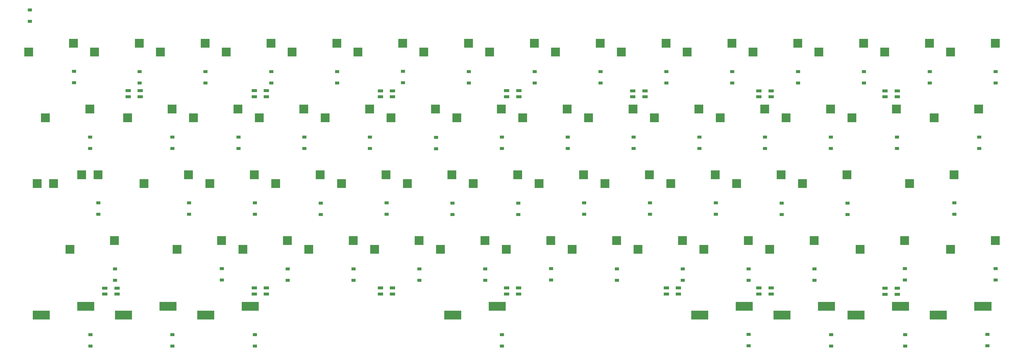
<source format=gbr>
%TF.GenerationSoftware,KiCad,Pcbnew,(5.1.6)-1*%
%TF.CreationDate,2020-08-22T10:41:02+07:00*%
%TF.ProjectId,Pill60,50696c6c-3630-42e6-9b69-6361645f7063,rev?*%
%TF.SameCoordinates,Original*%
%TF.FileFunction,Paste,Bot*%
%TF.FilePolarity,Positive*%
%FSLAX46Y46*%
G04 Gerber Fmt 4.6, Leading zero omitted, Abs format (unit mm)*
G04 Created by KiCad (PCBNEW (5.1.6)-1) date 2020-08-22 10:41:02*
%MOMM*%
%LPD*%
G01*
G04 APERTURE LIST*
%ADD10R,1.600000X0.850000*%
%ADD11R,1.200000X0.900000*%
%ADD12R,2.550000X2.500000*%
G04 APERTURE END LIST*
D10*
%TO.C,L7*%
X85090000Y-161050000D03*
X85090000Y-162800000D03*
X81590000Y-161050000D03*
X81590000Y-162800000D03*
%TD*%
%TO.C,L6*%
X88330000Y-105640000D03*
X88330000Y-103890000D03*
X91830000Y-105640000D03*
X91830000Y-103890000D03*
%TD*%
%TO.C,L5*%
X124830000Y-105640000D03*
X124830000Y-103890000D03*
X128330000Y-105640000D03*
X128330000Y-103890000D03*
%TD*%
%TO.C,L4*%
X161320000Y-105650000D03*
X161320000Y-103900000D03*
X164820000Y-105650000D03*
X164820000Y-103900000D03*
%TD*%
%TO.C,L3*%
X197840000Y-105640000D03*
X197840000Y-103890000D03*
X201340000Y-105640000D03*
X201340000Y-103890000D03*
%TD*%
%TO.C,L2*%
X234330000Y-105650000D03*
X234330000Y-103900000D03*
X237830000Y-105650000D03*
X237830000Y-103900000D03*
%TD*%
%TO.C,L1*%
X270830000Y-105650000D03*
X270830000Y-103900000D03*
X274330000Y-105650000D03*
X274330000Y-103900000D03*
%TD*%
%TO.C,L0*%
X307320000Y-105650000D03*
X307320000Y-103900000D03*
X310820000Y-105650000D03*
X310820000Y-103900000D03*
%TD*%
%TO.C,L13*%
X310830000Y-161070000D03*
X310830000Y-162820000D03*
X307330000Y-161070000D03*
X307330000Y-162820000D03*
%TD*%
%TO.C,L12*%
X274330000Y-161040000D03*
X274330000Y-162790000D03*
X270830000Y-161040000D03*
X270830000Y-162790000D03*
%TD*%
%TO.C,L11*%
X247510000Y-161040000D03*
X247510000Y-162790000D03*
X244010000Y-161040000D03*
X244010000Y-162790000D03*
%TD*%
%TO.C,L10*%
X201330000Y-161040000D03*
X201330000Y-162790000D03*
X197830000Y-161040000D03*
X197830000Y-162790000D03*
%TD*%
%TO.C,L9*%
X164820000Y-161040000D03*
X164820000Y-162790000D03*
X161320000Y-161040000D03*
X161320000Y-162790000D03*
%TD*%
%TO.C,L8*%
X128340000Y-161040000D03*
X128340000Y-162790000D03*
X124840000Y-161040000D03*
X124840000Y-162790000D03*
%TD*%
D11*
%TO.C,D64*%
X59910000Y-80500000D03*
X59910000Y-83800000D03*
%TD*%
D12*
%TO.C,15MXRCTRL2*%
X334427500Y-166370000D03*
X321527500Y-168910000D03*
%TD*%
%TO.C,6MXSPC1*%
X183415000Y-168910000D03*
X196315000Y-166370000D03*
%TD*%
%TO.C,MXZ1*%
X115352500Y-147320000D03*
X102452500Y-149860000D03*
%TD*%
%TO.C,MXY1*%
X196315000Y-109220000D03*
X183415000Y-111760000D03*
%TD*%
%TO.C,MXX1*%
X134402500Y-147320000D03*
X121502500Y-149860000D03*
%TD*%
%TO.C,MXW1*%
X120115000Y-109220000D03*
X107215000Y-111760000D03*
%TD*%
%TO.C,MXV1*%
X172502500Y-147320000D03*
X159602500Y-149860000D03*
%TD*%
%TO.C,MXU1*%
X215365000Y-109220000D03*
X202465000Y-111760000D03*
%TD*%
%TO.C,MXT1*%
X177265000Y-109220000D03*
X164365000Y-111760000D03*
%TD*%
%TO.C,MXSLSH1*%
X286802500Y-147320000D03*
X273902500Y-149860000D03*
%TD*%
%TO.C,MXS1*%
X124877500Y-128270000D03*
X111977500Y-130810000D03*
%TD*%
%TO.C,MXRNGL1*%
X267752500Y-147320000D03*
X254852500Y-149860000D03*
%TD*%
%TO.C,MXRMN1*%
X310615000Y-166370000D03*
X297715000Y-168910000D03*
%TD*%
%TO.C,MXRGUI1*%
X291565000Y-166370000D03*
X278665000Y-168910000D03*
%TD*%
%TO.C,MXRBRAC1*%
X310615000Y-109220000D03*
X297715000Y-111760000D03*
%TD*%
%TO.C,MXR1*%
X158215000Y-109220000D03*
X145315000Y-111760000D03*
%TD*%
%TO.C,MXQUOT1*%
X296327500Y-128270000D03*
X283427500Y-130810000D03*
%TD*%
%TO.C,MXQ1*%
X101065000Y-109220000D03*
X88165000Y-111760000D03*
%TD*%
%TO.C,MXP1*%
X272515000Y-109220000D03*
X259615000Y-111760000D03*
%TD*%
%TO.C,MXO1*%
X253465000Y-109220000D03*
X240565000Y-111760000D03*
%TD*%
%TO.C,MXN1*%
X210602500Y-147320000D03*
X197702500Y-149860000D03*
%TD*%
%TO.C,MXM1*%
X229652500Y-147320000D03*
X216752500Y-149860000D03*
%TD*%
%TO.C,MXLNGL1*%
X248702500Y-147320000D03*
X235802500Y-149860000D03*
%TD*%
%TO.C,MXLGUI1*%
X101065000Y-166370000D03*
X88165000Y-168910000D03*
%TD*%
%TO.C,MXLBRAC1*%
X291565000Y-109220000D03*
X278665000Y-111760000D03*
%TD*%
%TO.C,MXL1*%
X258227500Y-128270000D03*
X245327500Y-130810000D03*
%TD*%
%TO.C,MXK1*%
X239177500Y-128270000D03*
X226277500Y-130810000D03*
%TD*%
%TO.C,MXJ1*%
X220127500Y-128270000D03*
X207227500Y-130810000D03*
%TD*%
%TO.C,MXI1*%
X234415000Y-109220000D03*
X221515000Y-111760000D03*
%TD*%
%TO.C,MXH1*%
X201077500Y-128270000D03*
X188177500Y-130810000D03*
%TD*%
%TO.C,MXG1*%
X182027500Y-128270000D03*
X169127500Y-130810000D03*
%TD*%
%TO.C,MXFN1*%
X339190000Y-147320000D03*
X326290000Y-149860000D03*
%TD*%
%TO.C,MXF1*%
X162977500Y-128270000D03*
X150077500Y-130810000D03*
%TD*%
%TO.C,MXESC1*%
X72490000Y-90170000D03*
X59590000Y-92710000D03*
%TD*%
%TO.C,MXEQL1*%
X301090000Y-90170000D03*
X288190000Y-92710000D03*
%TD*%
%TO.C,MXE1*%
X139165000Y-109220000D03*
X126265000Y-111760000D03*
%TD*%
%TO.C,MXDSH1*%
X282040000Y-90170000D03*
X269140000Y-92710000D03*
%TD*%
%TO.C,MXDEL1*%
X339190000Y-90170000D03*
X326290000Y-92710000D03*
%TD*%
%TO.C,MXD1*%
X143927500Y-128270000D03*
X131027500Y-130810000D03*
%TD*%
%TO.C,MXCLN1*%
X277277500Y-128270000D03*
X264377500Y-130810000D03*
%TD*%
%TO.C,MXC1*%
X153452500Y-147320000D03*
X140552500Y-149860000D03*
%TD*%
%TO.C,MXBSPC1*%
X320140000Y-90170000D03*
X307240000Y-92710000D03*
%TD*%
%TO.C,MXB1*%
X191552500Y-147320000D03*
X178652500Y-149860000D03*
%TD*%
%TO.C,MXA1*%
X105827500Y-128270000D03*
X92927500Y-130810000D03*
%TD*%
%TO.C,MX9*%
X243940000Y-90170000D03*
X231040000Y-92710000D03*
%TD*%
%TO.C,MX8*%
X224890000Y-90170000D03*
X211990000Y-92710000D03*
%TD*%
%TO.C,MX7*%
X205840000Y-90170000D03*
X192940000Y-92710000D03*
%TD*%
%TO.C,MX6*%
X186790000Y-90170000D03*
X173890000Y-92710000D03*
%TD*%
%TO.C,MX5*%
X167740000Y-90170000D03*
X154840000Y-92710000D03*
%TD*%
%TO.C,MX4*%
X148690000Y-90170000D03*
X135790000Y-92710000D03*
%TD*%
%TO.C,MX3*%
X129640000Y-90170000D03*
X116740000Y-92710000D03*
%TD*%
%TO.C,MX2*%
X110590000Y-90170000D03*
X97690000Y-92710000D03*
%TD*%
%TO.C,MX1*%
X91540000Y-90170000D03*
X78640000Y-92710000D03*
%TD*%
%TO.C,MX0*%
X262990000Y-90170000D03*
X250090000Y-92710000D03*
%TD*%
D11*
%TO.C,D63*%
X339290000Y-98340000D03*
X339290000Y-101640000D03*
%TD*%
%TO.C,D62*%
X336930000Y-174500000D03*
X336930000Y-177800000D03*
%TD*%
%TO.C,D61*%
X339300000Y-155450000D03*
X339300000Y-158750000D03*
%TD*%
%TO.C,D60*%
X327400000Y-136360000D03*
X327400000Y-139660000D03*
%TD*%
%TO.C,D59*%
X334550000Y-117310000D03*
X334550000Y-120610000D03*
%TD*%
%TO.C,D58*%
X320260000Y-98340000D03*
X320260000Y-101640000D03*
%TD*%
%TO.C,D57*%
X310730000Y-117310000D03*
X310730000Y-120610000D03*
%TD*%
%TO.C,D56*%
X301170000Y-98310000D03*
X301170000Y-101610000D03*
%TD*%
%TO.C,D55*%
X313130000Y-174510000D03*
X313130000Y-177810000D03*
%TD*%
%TO.C,D54*%
X313080000Y-155450000D03*
X313080000Y-158750000D03*
%TD*%
%TO.C,D53*%
X296420000Y-136410000D03*
X296420000Y-139710000D03*
%TD*%
%TO.C,D52*%
X291670000Y-117330000D03*
X291670000Y-120630000D03*
%TD*%
%TO.C,D51*%
X282150000Y-98340000D03*
X282150000Y-101640000D03*
%TD*%
%TO.C,D50*%
X291700000Y-174510000D03*
X291700000Y-177810000D03*
%TD*%
%TO.C,D49*%
X286890000Y-155460000D03*
X286890000Y-158760000D03*
%TD*%
%TO.C,D48*%
X277370000Y-136410000D03*
X277370000Y-139710000D03*
%TD*%
%TO.C,D47*%
X272620000Y-117290000D03*
X272620000Y-120590000D03*
%TD*%
%TO.C,D46*%
X263090000Y-98340000D03*
X263090000Y-101640000D03*
%TD*%
%TO.C,D45*%
X267870000Y-174500000D03*
X267870000Y-177800000D03*
%TD*%
%TO.C,D44*%
X267840000Y-155460000D03*
X267840000Y-158760000D03*
%TD*%
%TO.C,D43*%
X258350000Y-136380000D03*
X258350000Y-139680000D03*
%TD*%
%TO.C,D42*%
X253590000Y-117290000D03*
X253590000Y-120590000D03*
%TD*%
%TO.C,D41*%
X244030000Y-98310000D03*
X244030000Y-101610000D03*
%TD*%
%TO.C,D40*%
X248810000Y-155480000D03*
X248810000Y-158780000D03*
%TD*%
%TO.C,D39*%
X239280000Y-136370000D03*
X239280000Y-139670000D03*
%TD*%
%TO.C,D38*%
X234530000Y-117310000D03*
X234530000Y-120610000D03*
%TD*%
%TO.C,D37*%
X224990000Y-98310000D03*
X224990000Y-101610000D03*
%TD*%
%TO.C,D36*%
X229750000Y-155480000D03*
X229750000Y-158780000D03*
%TD*%
%TO.C,D35*%
X220230000Y-136400000D03*
X220230000Y-139700000D03*
%TD*%
%TO.C,D34*%
X215480000Y-117350000D03*
X215480000Y-120650000D03*
%TD*%
%TO.C,D33*%
X205940000Y-98320000D03*
X205940000Y-101620000D03*
%TD*%
%TO.C,D32*%
X196430000Y-174510000D03*
X196430000Y-177810000D03*
%TD*%
%TO.C,D31*%
X210690000Y-155440000D03*
X210690000Y-158740000D03*
%TD*%
%TO.C,D30*%
X201190000Y-136420000D03*
X201190000Y-139720000D03*
%TD*%
%TO.C,D29*%
X196450000Y-117330000D03*
X196450000Y-120630000D03*
%TD*%
%TO.C,D28*%
X186900000Y-98320000D03*
X186900000Y-101620000D03*
%TD*%
%TO.C,D27*%
X191650000Y-155460000D03*
X191650000Y-158760000D03*
%TD*%
%TO.C,D26*%
X182120000Y-136430000D03*
X182120000Y-139730000D03*
%TD*%
%TO.C,D25*%
X177390000Y-117400000D03*
X177390000Y-120700000D03*
%TD*%
%TO.C,D24*%
X167840000Y-98300000D03*
X167840000Y-101600000D03*
%TD*%
%TO.C,D23*%
X172590000Y-155460000D03*
X172590000Y-158760000D03*
%TD*%
%TO.C,D22*%
X163070000Y-136380000D03*
X163070000Y-139680000D03*
%TD*%
%TO.C,D21*%
X158310000Y-117310000D03*
X158310000Y-120610000D03*
%TD*%
%TO.C,D20*%
X148800000Y-98330000D03*
X148800000Y-101630000D03*
%TD*%
%TO.C,D19*%
X153540000Y-155480000D03*
X153540000Y-158780000D03*
%TD*%
%TO.C,D18*%
X144030000Y-136420000D03*
X144030000Y-139720000D03*
%TD*%
%TO.C,D17*%
X139280000Y-117330000D03*
X139280000Y-120630000D03*
%TD*%
%TO.C,D16*%
X129740000Y-98320000D03*
X129740000Y-101620000D03*
%TD*%
%TO.C,D15*%
X124990000Y-174520000D03*
X124990000Y-177820000D03*
%TD*%
%TO.C,D14*%
X134510000Y-155480000D03*
X134510000Y-158780000D03*
%TD*%
%TO.C,D13*%
X124980000Y-136370000D03*
X124980000Y-139670000D03*
%TD*%
%TO.C,D12*%
X120250000Y-117310000D03*
X120250000Y-120610000D03*
%TD*%
%TO.C,D11*%
X110680000Y-98350000D03*
X110680000Y-101650000D03*
%TD*%
%TO.C,D10*%
X101160000Y-174520000D03*
X101160000Y-177820000D03*
%TD*%
%TO.C,D9*%
X115480000Y-155450000D03*
X115480000Y-158750000D03*
%TD*%
%TO.C,D8*%
X105930000Y-136380000D03*
X105930000Y-139680000D03*
%TD*%
%TO.C,D7*%
X101170000Y-117350000D03*
X101170000Y-120650000D03*
%TD*%
%TO.C,D6*%
X91650000Y-98370000D03*
X91650000Y-101670000D03*
%TD*%
%TO.C,D5*%
X77410000Y-174520000D03*
X77410000Y-177820000D03*
%TD*%
%TO.C,D4*%
X84520000Y-155460000D03*
X84520000Y-158760000D03*
%TD*%
%TO.C,D3*%
X79730000Y-136370000D03*
X79730000Y-139670000D03*
%TD*%
%TO.C,D2*%
X77370000Y-117330000D03*
X77370000Y-120630000D03*
%TD*%
%TO.C,D1*%
X72700000Y-98290000D03*
X72700000Y-101590000D03*
%TD*%
D12*
%TO.C,6.25MXSPC1*%
X193933750Y-166370000D03*
X181033750Y-168910000D03*
%TD*%
%TO.C,225MXLSFT1*%
X84396250Y-147320000D03*
X71496250Y-149860000D03*
%TD*%
%TO.C,225MXENT1*%
X327283750Y-128270000D03*
X314383750Y-130810000D03*
%TD*%
%TO.C,175MXSTCPS1*%
X74898250Y-128270000D03*
X61971250Y-130810000D03*
%TD*%
%TO.C,175MXRSFT1*%
X312996250Y-147320000D03*
X300096250Y-149860000D03*
%TD*%
%TO.C,175MXCPS1*%
X79660750Y-128270000D03*
X66733750Y-130810000D03*
%TD*%
%TO.C,15MXTab1*%
X77252500Y-109220000D03*
X64352500Y-111760000D03*
%TD*%
%TO.C,15MXLCTRL1*%
X77252500Y-166370000D03*
X64352500Y-168910000D03*
%TD*%
%TO.C,15MXRALT2*%
X267752500Y-166370000D03*
X254852500Y-168910000D03*
%TD*%
%TO.C,15MXLALT1*%
X124877500Y-166370000D03*
X111977500Y-168910000D03*
%TD*%
%TO.C,15MXBSLSH1*%
X334427500Y-109220000D03*
X321527500Y-111760000D03*
%TD*%
%TO.C,125MXRMENU1*%
X312996250Y-166370000D03*
X300096250Y-168910000D03*
%TD*%
%TO.C,125MXRGUI1*%
X289183750Y-166370000D03*
X276283750Y-168910000D03*
%TD*%
%TO.C,125MXRCTRL1*%
X336808750Y-166370000D03*
X323908750Y-168910000D03*
%TD*%
%TO.C,125MXRATL1*%
X265371250Y-166370000D03*
X252471250Y-168910000D03*
%TD*%
%TO.C,125MXLGUI1*%
X98683750Y-166370000D03*
X85783750Y-168910000D03*
%TD*%
%TO.C,125MXLCTRL1*%
X74871250Y-166370000D03*
X61971250Y-168910000D03*
%TD*%
%TO.C,125MXLALT1*%
X122496250Y-166370000D03*
X109596250Y-168910000D03*
%TD*%
M02*

</source>
